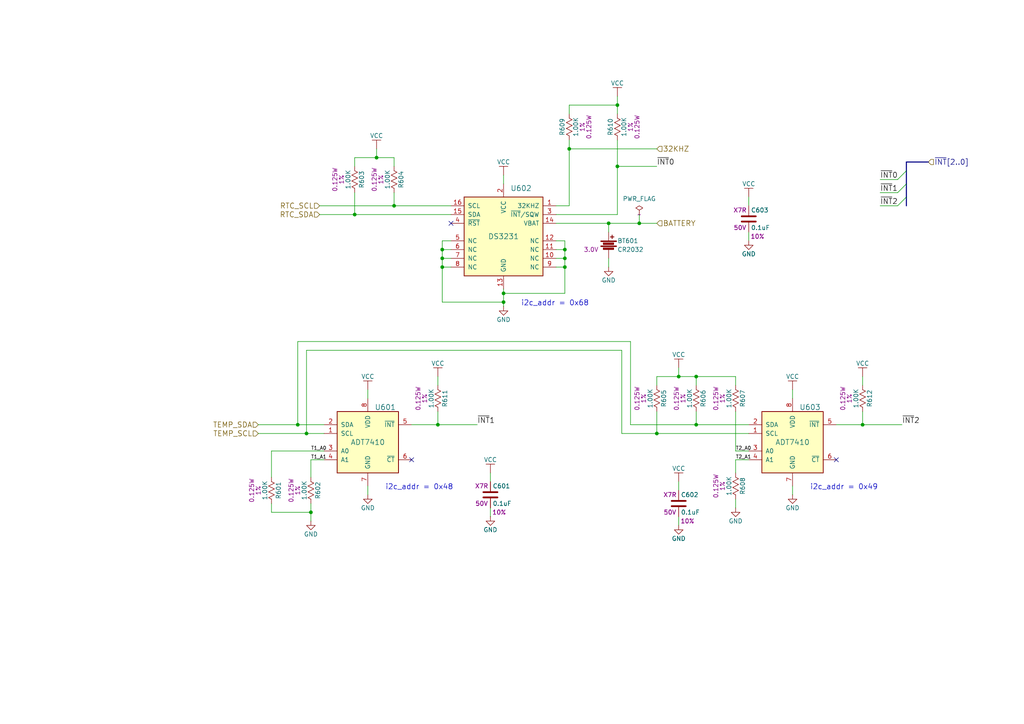
<source format=kicad_sch>
(kicad_sch (version 20231120) (generator "eeschema") (generator_version "8.0")
  (paper "A4")
  (title_block (title "Real Time Clock / Temperature Sensors") (date "2019-12-09") (rev "1.1.2"))
  (lib_symbols
    (symbol "Device:C" (pin_numbers hide) (pin_names (offset 0.254))
      (property "Reference" "C" (at 0.635 2.54 0))
      (property "Value" "C" (at 0.635 -2.54 0))
      (symbol "C_0_1"
        (polyline (pts (xy -2.032 -0.762) (xy 2.032 -0.762)) (stroke (width 0.508)))
        (polyline (pts (xy -2.032 0.762) (xy 2.032 0.762)) (stroke (width 0.508)))
      )
      (symbol "C_1_1"
        (pin passive line (at 0 3.81 270) (length 2.794) (name "~") (number "1"))
        (pin passive line (at 0 -3.81 90) (length 2.794) (name "~") (number "2"))
      )
    )
    (symbol "Local:ADT7410" (pin_names (offset 1.016))
      (property "Reference" "U" (at 5.08 10.16 0))
      (property "Value" "ADT7410" (at 0 0 0))
      (symbol "ADT7410_1_1"
        (rectangle (start -8.89 8.89) (end 8.89 -8.89) (stroke (width 0.254)) (fill (type background)))
        (pin input line (at -12.7 2.54 0) (length 3.81) (name "SCL") (number "1"))
        (pin bidirectional line (at -12.7 5.08 0) (length 3.81) (name "SDA") (number "2"))
        (pin input line (at -12.7 -2.54 0) (length 3.81) (name "A0") (number "3"))
        (pin input line (at -12.7 -5.08 0) (length 3.81) (name "A1") (number "4"))
        (pin open_collector line (at 12.7 5.08 180) (length 3.81) (name "~{INT}") (number "5"))
        (pin open_collector line (at 12.7 -5.08 180) (length 3.81) (name "~{CT}") (number "6"))
        (pin power_in line (at 0 -12.7 90) (length 3.81) (name "GND") (number "7"))
        (pin power_in line (at 0 12.7 270) (length 3.81) (name "VDD") (number "8"))
      )
    )
    (symbol "Local:Battery" (pin_numbers hide) (pin_names (offset 0))
      (property "Reference" "BT" (at 2.54 1.27 0))
      (property "Value" "Battery" (at 2.54 -1.27 0))
      (symbol "Battery_0_1"
        (rectangle (start -2.286 -0.1778) (end 2.286 -0.4318) (fill (type outline)))
        (rectangle (start -2.286 1.27) (end 2.286 1.016) (fill (type outline)))
        (rectangle (start -1.5748 -0.762) (end 1.4732 -1.27) (fill (type outline)))
        (rectangle (start -1.5748 0.6858) (end 1.4732 0.1778) (fill (type outline)))
        (polyline (pts (xy 0.508 2.413) (xy 1.524 2.413)) (stroke (width 0.254)))
        (polyline (pts (xy 1.016 2.921) (xy 1.016 1.905)) (stroke (width 0.254)))
      )
      (symbol "Battery_1_1"
        (pin passive line (at 0 3.81 270) (length 2.54) (name "~") (number "1"))
        (pin passive line (at 0 -3.81 90) (length 2.54) (name "~") (number "2"))
      )
    )
    (symbol "Local:DS3231" (pin_names (offset 1.016))
      (property "Reference" "U" (at 5.08 13.97 0))
      (property "Value" "DS3231" (at 0 0 0))
      (symbol "DS3231_1_1"
        (rectangle (start -11.43 11.43) (end 11.43 -11.43) (stroke (width 0.254)) (fill (type background)))
        (pin open_collector line (at 15.24 8.89 180) (length 3.81) (name "32KHZ") (number "1"))
        (pin power_in line (at 15.24 -6.35 180) (length 3.81) (name "NC") (number "10"))
        (pin power_in line (at 15.24 -3.81 180) (length 3.81) (name "NC") (number "11"))
        (pin power_in line (at 15.24 -1.27 180) (length 3.81) (name "NC") (number "12"))
        (pin power_in line (at 0 -15.24 90) (length 3.81) (name "GND") (number "13"))
        (pin power_in line (at 15.24 3.81 180) (length 3.81) (name "VBAT") (number "14"))
        (pin bidirectional line (at -15.24 6.35 0) (length 3.81) (name "SDA") (number "15"))
        (pin input line (at -15.24 8.89 0) (length 3.81) (name "SCL") (number "16"))
        (pin power_in line (at 0 15.24 270) (length 3.81) (name "VCC") (number "2"))
        (pin open_collector line (at 15.24 6.35 180) (length 3.81) (name "~{INT}/SQW") (number "3"))
        (pin input line (at -15.24 3.81 0) (length 3.81) (name "~{RST}") (number "4"))
        (pin power_in line (at -15.24 -1.27 0) (length 3.81) (name "NC") (number "5"))
        (pin power_in line (at -15.24 -3.81 0) (length 3.81) (name "NC") (number "6"))
        (pin power_in line (at -15.24 -6.35 0) (length 3.81) (name "NC") (number "7"))
        (pin power_in line (at -15.24 -8.89 0) (length 3.81) (name "NC") (number "8"))
        (pin power_in line (at 15.24 -8.89 180) (length 3.81) (name "NC") (number "9"))
      )
    )
    (symbol "Local:R_local" (pin_numbers hide) (pin_names (offset 0))
      (property "Reference" "R" (at 2.032 0 90))
      (property "Value" "R_local" (at -1.905 0 90))
      (property "Description" "Resistor" (at -3.81 0 90))
      (property "Power" "0.125W" (at -5.715 0 90))
      (symbol "R_local_0_1"
        (polyline (pts (xy -0.8382 -2.1082) (xy 0.8382 -1.27)) (stroke (width 0.1524)))
        (polyline (pts (xy -0.8382 -0.4318) (xy 0.8382 0.4318)) (stroke (width 0.1524)))
        (polyline (pts (xy -0.8382 1.27) (xy 0.8382 2.1082)) (stroke (width 0.1524)))
        (polyline (pts (xy 0 -2.54) (xy -0.8382 -2.1082)) (stroke (width 0.1524)))
        (polyline (pts (xy 0.8382 -1.27) (xy -0.8382 -0.4318)) (stroke (width 0.1524)))
        (polyline (pts (xy 0.8382 0.4318) (xy -0.8382 1.27)) (stroke (width 0.1524)))
        (polyline (pts (xy 0.8382 2.1082) (xy 0 2.54)) (stroke (width 0.1524)))
      )
      (symbol "R_local_0_2"
        (rectangle (start -1.016 -2.54) (end 1.016 2.54) (stroke (width 0.254)))
      )
      (symbol "R_local_1_1"
        (pin passive line (at 0 3.81 270) (length 1.27) (name "~") (number "1"))
        (pin passive line (at 0 -3.81 90) (length 1.27) (name "~") (number "2"))
      )
      (symbol "R_local_1_2"
        (pin passive line (at 0 3.81 270) (length 1.27) (name "~") (number "1"))
        (pin passive line (at 0 -3.81 90) (length 1.27) (name "~") (number "2"))
      )
    )
    (symbol "Local:VCC" (power) (pin_names (offset 0))
      (property "Value" "VCC" (at 0 3.81 0))
      (symbol "VCC_0_1"
        (polyline (pts (xy -1.27 2.54) (xy 1.27 2.54)))
        (polyline (pts (xy 0 0) (xy 0 2.54)))
      )
      (symbol "VCC_1_1"
        (pin power_in line (at 0 0 90) (length 0) hide (name "VCC") (number "1"))
      )
    )
    (symbol "power:GND" (power) (pin_numbers hide) (pin_names (offset 0) hide)
      (property "Value" "GND" (at 0 -3.81 0))
      (symbol "GND_0_1"
        (polyline (pts (xy 0 0) (xy 0 -1.27) (xy 1.27 -1.27) (xy 0 -2.54) (xy -1.27 -1.27) (xy 0 -1.27)))
      )
      (symbol "GND_1_1"
        (pin power_in line (at 0 0 270) (length 0) (name "~") (number "1"))
      )
    )
    (symbol "power:PWR_FLAG" (power) (pin_numbers hide) (pin_names (offset 0) hide)
      (property "Value" "PWR_FLAG" (at 0 3.81 0))
      (symbol "PWR_FLAG_0_0"
        (pin power_out line (at 0 0 90) (length 0) (name "~") (number "1"))
      )
      (symbol "PWR_FLAG_0_1"
        (polyline (pts (xy 0 0) (xy 0 1.27) (xy -1.016 1.905) (xy 0 2.54) (xy 1.016 1.905) (xy 0 1.27)))
      )
    )
  )
  (junction (at 185.42 64.77))
  (junction (at 128.27 74.93))
  (junction (at 109.22 45.72))
  (junction (at 190.5 125.73))
  (junction (at 165.1 43.18))
  (junction (at 146.05 87.63))
  (junction (at 128.27 72.39))
  (junction (at 146.05 85.09))
  (junction (at 201.93 109.22))
  (junction (at 176.53 64.77))
  (junction (at 163.83 77.47))
  (junction (at 88.9 125.73))
  (junction (at 179.07 48.26))
  (junction (at 250.19 123.19))
  (junction (at 90.17 148.59))
  (junction (at 114.3 59.69))
  (junction (at 201.93 123.19))
  (junction (at 86.36 123.19))
  (junction (at 127 123.19))
  (junction (at 163.83 74.93))
  (junction (at 102.87 62.23))
  (junction (at 163.83 72.39))
  (junction (at 196.85 109.22))
  (junction (at 128.27 77.47))
  (junction (at 179.07 30.48))
  (no_connect (at 130.81 64.77))
  (no_connect (at 119.38 133.35))
  (no_connect (at 242.57 133.35))
  (bus_entry (at 262.89 49.53) (size -2.54 2.54))
  (bus_entry (at 262.89 53.34) (size -2.54 2.54))
  (bus_entry (at 262.89 57.15) (size -2.54 2.54))
  (wire (pts (xy 163.83 69.85) (xy 161.29 69.85)))
  (wire (pts (xy 163.83 85.09) (xy 146.05 85.09)))
  (wire (pts (xy 128.27 74.93) (xy 128.27 77.47)))
  (wire (pts (xy 201.93 109.22) (xy 213.36 109.22)))
  (bus (pts (xy 262.89 49.53) (xy 262.89 53.34)))
  (wire (pts (xy 130.81 72.39) (xy 128.27 72.39)))
  (wire (pts (xy 182.88 123.19) (xy 182.88 99.06)))
  (wire (pts (xy 255.27 59.69) (xy 260.35 59.69)))
  (wire (pts (xy 196.85 109.22) (xy 201.93 109.22)))
  (wire (pts (xy 163.83 69.85) (xy 163.83 72.39)))
  (wire (pts (xy 182.88 123.19) (xy 201.93 123.19)))
  (wire (pts (xy 127 109.22) (xy 127 111.76)))
  (wire (pts (xy 74.93 123.19) (xy 86.36 123.19)))
  (wire (pts (xy 217.17 67.31) (xy 217.17 69.85)))
  (wire (pts (xy 196.85 149.86) (xy 196.85 152.4)))
  (wire (pts (xy 92.71 62.23) (xy 102.87 62.23)))
  (wire (pts (xy 217.17 133.35) (xy 213.36 133.35)))
  (wire (pts (xy 179.07 48.26) (xy 190.5 48.26)))
  (bus (pts (xy 262.89 46.99) (xy 262.89 49.53)))
  (wire (pts (xy 114.3 45.72) (xy 114.3 48.26)))
  (wire (pts (xy 90.17 133.35) (xy 90.17 138.43)))
  (wire (pts (xy 88.9 101.6) (xy 88.9 125.73)))
  (wire (pts (xy 86.36 123.19) (xy 93.98 123.19)))
  (wire (pts (xy 165.1 59.69) (xy 161.29 59.69)))
  (wire (pts (xy 163.83 74.93) (xy 161.29 74.93)))
  (wire (pts (xy 114.3 59.69) (xy 130.81 59.69)))
  (wire (pts (xy 146.05 85.09) (xy 146.05 87.63)))
  (wire (pts (xy 180.34 125.73) (xy 180.34 101.6)))
  (wire (pts (xy 127 119.38) (xy 127 123.19)))
  (wire (pts (xy 102.87 48.26) (xy 102.87 45.72)))
  (bus (pts (xy 262.89 57.15) (xy 262.89 59.69)))
  (wire (pts (xy 165.1 43.18) (xy 190.5 43.18)))
  (wire (pts (xy 201.93 123.19) (xy 217.17 123.19)))
  (wire (pts (xy 179.07 27.94) (xy 179.07 30.48)))
  (wire (pts (xy 190.5 109.22) (xy 196.85 109.22)))
  (wire (pts (xy 250.19 119.38) (xy 250.19 123.19)))
  (wire (pts (xy 213.36 109.22) (xy 213.36 111.76)))
  (wire (pts (xy 255.27 55.88) (xy 260.35 55.88)))
  (wire (pts (xy 180.34 101.6) (xy 88.9 101.6)))
  (wire (pts (xy 93.98 130.81) (xy 78.74 130.81)))
  (wire (pts (xy 163.83 77.47) (xy 163.83 85.09)))
  (wire (pts (xy 176.53 77.47) (xy 176.53 74.93)))
  (wire (pts (xy 179.07 30.48) (xy 179.07 33.02)))
  (wire (pts (xy 213.36 119.38) (xy 213.36 130.81)))
  (wire (pts (xy 161.29 64.77) (xy 176.53 64.77)))
  (wire (pts (xy 185.42 64.77) (xy 190.5 64.77)))
  (wire (pts (xy 179.07 40.64) (xy 179.07 48.26)))
  (bus (pts (xy 269.24 46.99) (xy 262.89 46.99)))
  (wire (pts (xy 106.68 113.03) (xy 106.68 115.57)))
  (wire (pts (xy 201.93 123.19) (xy 201.93 119.38)))
  (wire (pts (xy 130.81 77.47) (xy 128.27 77.47)))
  (wire (pts (xy 165.1 40.64) (xy 165.1 43.18)))
  (wire (pts (xy 102.87 62.23) (xy 102.87 55.88)))
  (wire (pts (xy 109.22 45.72) (xy 114.3 45.72)))
  (wire (pts (xy 86.36 99.06) (xy 86.36 123.19)))
  (wire (pts (xy 176.53 64.77) (xy 176.53 67.31)))
  (wire (pts (xy 182.88 99.06) (xy 86.36 99.06)))
  (wire (pts (xy 146.05 83.82) (xy 146.05 85.09)))
  (wire (pts (xy 196.85 142.24) (xy 196.85 139.7)))
  (wire (pts (xy 250.19 123.19) (xy 261.62 123.19)))
  (wire (pts (xy 128.27 69.85) (xy 128.27 72.39)))
  (wire (pts (xy 127 123.19) (xy 138.43 123.19)))
  (bus (pts (xy 262.89 53.34) (xy 262.89 57.15)))
  (wire (pts (xy 179.07 48.26) (xy 179.07 62.23)))
  (wire (pts (xy 128.27 77.47) (xy 128.27 87.63)))
  (wire (pts (xy 102.87 62.23) (xy 130.81 62.23)))
  (wire (pts (xy 190.5 125.73) (xy 190.5 119.38)))
  (wire (pts (xy 106.68 143.51) (xy 106.68 140.97)))
  (wire (pts (xy 146.05 87.63) (xy 146.05 88.9)))
  (wire (pts (xy 78.74 148.59) (xy 78.74 146.05)))
  (wire (pts (xy 229.87 113.03) (xy 229.87 115.57)))
  (wire (pts (xy 128.27 87.63) (xy 146.05 87.63)))
  (wire (pts (xy 163.83 72.39) (xy 163.83 74.93)))
  (wire (pts (xy 176.53 64.77) (xy 185.42 64.77)))
  (wire (pts (xy 242.57 123.19) (xy 250.19 123.19)))
  (wire (pts (xy 142.24 139.7) (xy 142.24 137.16)))
  (wire (pts (xy 146.05 50.8) (xy 146.05 53.34)))
  (wire (pts (xy 255.27 52.07) (xy 260.35 52.07)))
  (wire (pts (xy 165.1 33.02) (xy 165.1 30.48)))
  (wire (pts (xy 179.07 62.23) (xy 161.29 62.23)))
  (wire (pts (xy 142.24 147.32) (xy 142.24 149.86)))
  (wire (pts (xy 165.1 43.18) (xy 165.1 59.69)))
  (wire (pts (xy 130.81 69.85) (xy 128.27 69.85)))
  (wire (pts (xy 161.29 77.47) (xy 163.83 77.47)))
  (wire (pts (xy 119.38 123.19) (xy 127 123.19)))
  (wire (pts (xy 90.17 148.59) (xy 90.17 151.13)))
  (wire (pts (xy 229.87 143.51) (xy 229.87 140.97)))
  (wire (pts (xy 161.29 72.39) (xy 163.83 72.39)))
  (wire (pts (xy 180.34 125.73) (xy 190.5 125.73)))
  (wire (pts (xy 74.93 125.73) (xy 88.9 125.73)))
  (wire (pts (xy 130.81 74.93) (xy 128.27 74.93)))
  (wire (pts (xy 213.36 130.81) (xy 217.17 130.81)))
  (wire (pts (xy 185.42 62.23) (xy 185.42 64.77)))
  (wire (pts (xy 90.17 146.05) (xy 90.17 148.59)))
  (wire (pts (xy 201.93 109.22) (xy 201.93 111.76)))
  (wire (pts (xy 163.83 74.93) (xy 163.83 77.47)))
  (wire (pts (xy 217.17 59.69) (xy 217.17 57.15)))
  (wire (pts (xy 128.27 72.39) (xy 128.27 74.93)))
  (wire (pts (xy 88.9 125.73) (xy 93.98 125.73)))
  (wire (pts (xy 165.1 30.48) (xy 179.07 30.48)))
  (wire (pts (xy 93.98 133.35) (xy 90.17 133.35)))
  (wire (pts (xy 196.85 109.22) (xy 196.85 106.68)))
  (wire (pts (xy 190.5 125.73) (xy 217.17 125.73)))
  (wire (pts (xy 92.71 59.69) (xy 114.3 59.69)))
  (wire (pts (xy 90.17 148.59) (xy 78.74 148.59)))
  (wire (pts (xy 109.22 45.72) (xy 109.22 43.18)))
  (wire (pts (xy 78.74 130.81) (xy 78.74 138.43)))
  (wire (pts (xy 250.19 109.22) (xy 250.19 111.76)))
  (wire (pts (xy 190.5 111.76) (xy 190.5 109.22)))
  (wire (pts (xy 213.36 147.32) (xy 213.36 144.78)))
  (wire (pts (xy 102.87 45.72) (xy 109.22 45.72)))
  (wire (pts (xy 114.3 59.69) (xy 114.3 55.88)))
  (wire (pts (xy 213.36 133.35) (xy 213.36 137.16)))
  (text "i2c_addr = 0x49" (at 234.95 142.24 0) (effects (font (size 1.524 1.524)) (justify left bottom)))
  (text "i2c_addr = 0x48" (at 111.76 142.24 0) (effects (font (size 1.524 1.524)) (justify left bottom)))
  (text "i2c_addr = 0x68" (at 151.13 88.9 0) (effects (font (size 1.524 1.524)) (justify left bottom)))
  (label "T1_A0" (at 90.17 130.81 0) (effects (font (size 1.016 1.016))))
  (label "~{INT}1" (at 255.27 55.88 0) (effects (font (size 1.524 1.524))))
  (label "T2_A0" (at 213.36 130.81 0) (effects (font (size 1.016 1.016))))
  (label "T2_A1" (at 213.36 133.35 0) (effects (font (size 1.016 1.016))))
  (label "~{INT}2" (at 261.62 123.19 0) (effects (font (size 1.524 1.524))))
  (label "~{INT}0" (at 190.5 48.26 0) (effects (font (size 1.524 1.524))))
  (label "~{INT}1" (at 138.43 123.19 0) (effects (font (size 1.524 1.524))))
  (label "~{INT}2" (at 255.27 59.69 0) (effects (font (size 1.524 1.524))))
  (label "~{INT}0" (at 255.27 52.07 0) (effects (font (size 1.524 1.524))))
  (label "T1_A1" (at 90.17 133.35 0) (effects (font (size 1.016 1.016))))
  (hierarchical_label "BATTERY" (shape input) (at 190.5 64.77 0) (effects (font (size 1.524 1.524))))
  (hierarchical_label "RTC_SCL" (shape input) (at 92.71 59.69 180) (effects (font (size 1.524 1.524))))
  (hierarchical_label "32KHZ" (shape input) (at 190.5 43.18 0) (effects (font (size 1.524 1.524))))
  (hierarchical_label "~{INT}[2..0]" (shape input) (at 269.24 46.99 0) (effects (font (size 1.524 1.524))))
  (hierarchical_label "TEMP_SCL" (shape input) (at 74.93 125.73 180) (effects (font (size 1.524 1.524))))
  (hierarchical_label "RTC_SDA" (shape input) (at 92.71 62.23 180) (effects (font (size 1.524 1.524))))
  (hierarchical_label "TEMP_SDA" (shape input) (at 74.93 123.19 180) (effects (font (size 1.524 1.524))))
  (symbol (lib_id "Local:DS3231") (at 146.05 68.58 0) (unit 1)
    (property "Reference" "U602" (at 151.13 54.61 0) (effects (font (size 1.524 1.524))))
    (property "Value" "DS3231" (at 146.05 68.58 0) (effects (font (size 1.524 1.524))))
    (property "Footprint" "Local:SOIC-16_Maxim_W16_H2" (effects (hide yes)))
    (property "Manufacturer" "Maxim Integrated" (effects (hide yes)))
    (property "PartNum" "DS3231S#" (effects (hide yes)))
  )
  (symbol (lib_id "Local:ADT7410") (at 106.68 128.27 0) (unit 1)
    (property "Reference" "U601" (at 111.76 118.11 0) (effects (font (size 1.524 1.524))))
    (property "Value" "ADT7410" (at 106.68 128.27 0) (effects (font (size 1.524 1.524))))
    (property "Footprint" "Package_SO:SOIC-8_3.9x4.9mm_P1.27mm" (effects (hide yes)))
    (property "Manufacturer" "Analog Devices" (effects (hide yes)))
    (property "PartNum" "ADT7410TRZ" (effects (hide yes)))
  )
  (symbol (lib_id "power:GND") (at 146.05 88.9 0) (unit 1)
    (property "Reference" "#PWR082" (effects (hide yes)))
    (property "Value" "GND" (at 146.05 92.71 0))
    (property "Description" "Power symbol creates a global label with name \"GND\" , ground" (effects (hide yes)))
  )
  (symbol (lib_id "Local:VCC") (at 146.05 50.8 0) (unit 1)
    (property "Reference" "#PWR083" (effects (hide yes)))
    (property "Value" "VCC" (at 146.05 46.99 0))
  )
  (symbol (lib_id "Local:R_local") (at 102.87 52.07 0) (unit 1)
    (property "Reference" "R603" (at 104.902 52.07 90))
    (property "Value" "1.00K" (at 100.965 52.07 90))
    (property "Footprint" "Local:R_0805_HandSoldering" (effects (hide yes)))
    (property "Tolerance" "1%" (at 99.06 52.07 90))
    (property "Power" "0.125W" (at 97.155 52.07 90))
    (property "Manufacturer" "Vishay Dale" (effects (hide yes)))
    (property "PartNum" "CRCW08051K00FKEA" (effects (hide yes)))
  )
  (symbol (lib_id "Local:R_local") (at 114.3 52.07 0) (unit 1)
    (property "Reference" "R604" (at 116.332 52.07 90))
    (property "Value" "1.00K" (at 112.395 52.07 90))
    (property "Footprint" "Local:R_0805_HandSoldering" (effects (hide yes)))
    (property "Tolerance" "1%" (at 110.49 52.07 90))
    (property "Power" "0.125W" (at 108.585 52.07 90))
    (property "Manufacturer" "Vishay Dale" (effects (hide yes)))
    (property "PartNum" "CRCW08051K00FKEA" (effects (hide yes)))
  )
  (symbol (lib_id "Local:VCC") (at 109.22 43.18 0) (unit 1)
    (property "Reference" "#PWR084" (effects (hide yes)))
    (property "Value" "VCC" (at 109.22 39.37 0))
  )
  (symbol (lib_id "Local:Battery") (at 176.53 71.12 0) (unit 1)
    (property "Reference" "BT601" (at 179.07 69.85 0) (effects (justify left)))
    (property "Value" "CR2032" (at 179.07 72.39 0) (effects (justify left)))
    (property "Footprint" "Local:Battery_Holder_2032_BK-5058" (effects (hide yes)))
    (property "Voltage" "3.0V" (at 171.45 72.39 0))
    (property "Manufacturer" "Memory Protection Devices" (effects (hide yes)))
    (property "PartNum" "BK-5058" (effects (hide yes)))
  )
  (symbol (lib_id "power:GND") (at 176.53 77.47 0) (unit 1)
    (property "Reference" "#PWR085" (effects (hide yes)))
    (property "Value" "GND" (at 176.53 81.28 0))
    (property "Description" "Power symbol creates a global label with name \"GND\" , ground" (effects (hide yes)))
  )
  (symbol (lib_id "Local:ADT7410") (at 229.87 128.27 0) (unit 1)
    (property "Reference" "U603" (at 234.95 118.11 0) (effects (font (size 1.524 1.524))))
    (property "Value" "ADT7410" (at 229.87 128.27 0) (effects (font (size 1.524 1.524))))
    (property "Footprint" "Package_SO:SOIC-8_3.9x4.9mm_P1.27mm" (effects (hide yes)))
    (property "Manufacturer" "Analog Devices" (effects (hide yes)))
    (property "PartNum" "ADT7410TRZ" (effects (hide yes)))
  )
  (symbol (lib_id "Local:VCC") (at 106.68 113.03 0) (unit 1)
    (property "Reference" "#PWR086" (effects (hide yes)))
    (property "Value" "VCC" (at 106.68 109.22 0))
  )
  (symbol (lib_id "power:GND") (at 229.87 143.51 0) (unit 1)
    (property "Reference" "#PWR087" (effects (hide yes)))
    (property "Value" "GND" (at 229.87 147.32 0))
    (property "Description" "Power symbol creates a global label with name \"GND\" , ground" (effects (hide yes)))
  )
  (symbol (lib_id "power:GND") (at 106.68 143.51 0) (unit 1)
    (property "Reference" "#PWR088" (effects (hide yes)))
    (property "Value" "GND" (at 106.68 147.32 0))
    (property "Description" "Power symbol creates a global label with name \"GND\" , ground" (effects (hide yes)))
  )
  (symbol (lib_id "Local:R_local") (at 190.5 115.57 0) (unit 1)
    (property "Reference" "R605" (at 192.532 115.57 90))
    (property "Value" "1.00K" (at 188.595 115.57 90))
    (property "Footprint" "Local:R_0805_HandSoldering" (effects (hide yes)))
    (property "Tolerance" "1%" (at 186.69 115.57 90))
    (property "Power" "0.125W" (at 184.785 115.57 90))
    (property "Manufacturer" "Vishay Dale" (effects (hide yes)))
    (property "PartNum" "CRCW08051K00FKEA" (effects (hide yes)))
  )
  (symbol (lib_id "Local:R_local") (at 201.93 115.57 0) (unit 1)
    (property "Reference" "R606" (at 203.962 115.57 90))
    (property "Value" "1.00K" (at 200.025 115.57 90))
    (property "Footprint" "Local:R_0805_HandSoldering" (effects (hide yes)))
    (property "Tolerance" "1%" (at 198.12 115.57 90))
    (property "Power" "0.125W" (at 196.215 115.57 90))
    (property "Manufacturer" "Vishay Dale" (effects (hide yes)))
    (property "PartNum" "CRCW08051K00FKEA" (effects (hide yes)))
  )
  (symbol (lib_id "Local:VCC") (at 196.85 106.68 0) (unit 1)
    (property "Reference" "#PWR089" (effects (hide yes)))
    (property "Value" "VCC" (at 196.85 102.87 0))
  )
  (symbol (lib_id "Local:R_local") (at 78.74 142.24 0) (unit 1)
    (property "Reference" "R601" (at 80.772 142.24 90))
    (property "Value" "1.00K" (at 76.835 142.24 90))
    (property "Footprint" "Local:R_0805_HandSoldering" (effects (hide yes)))
    (property "Tolerance" "1%" (at 74.93 142.24 90))
    (property "Power" "0.125W" (at 73.025 142.24 90))
    (property "Manufacturer" "Vishay Dale" (effects (hide yes)))
    (property "PartNum" "CRCW08051K00FKEA" (effects (hide yes)))
  )
  (symbol (lib_id "Local:R_local") (at 90.17 142.24 0) (unit 1)
    (property "Reference" "R602" (at 92.202 142.24 90))
    (property "Value" "1.00K" (at 88.265 142.24 90))
    (property "Footprint" "Local:R_0805_HandSoldering" (effects (hide yes)))
    (property "Tolerance" "1%" (at 86.36 142.24 90))
    (property "Power" "0.125W" (at 84.455 142.24 90))
    (property "Manufacturer" "Vishay Dale" (effects (hide yes)))
    (property "PartNum" "CRCW08051K00FKEA" (effects (hide yes)))
  )
  (symbol (lib_id "power:GND") (at 90.17 151.13 0) (unit 1)
    (property "Reference" "#PWR090" (effects (hide yes)))
    (property "Value" "GND" (at 90.17 154.94 0))
    (property "Description" "Power symbol creates a global label with name \"GND\" , ground" (effects (hide yes)))
  )
  (symbol (lib_id "Local:R_local") (at 213.36 140.97 0) (unit 1)
    (property "Reference" "R608" (at 215.392 140.97 90))
    (property "Value" "1.00K" (at 211.455 140.97 90))
    (property "Footprint" "Local:R_0805_HandSoldering" (effects (hide yes)))
    (property "Tolerance" "1%" (at 209.55 140.97 90))
    (property "Power" "0.125W" (at 207.645 140.97 90))
    (property "Manufacturer" "Vishay Dale" (effects (hide yes)))
    (property "PartNum" "CRCW08051K00FKEA" (effects (hide yes)))
  )
  (symbol (lib_id "power:GND") (at 213.36 147.32 0) (unit 1)
    (property "Reference" "#PWR091" (effects (hide yes)))
    (property "Value" "GND" (at 213.36 151.13 0))
    (property "Description" "Power symbol creates a global label with name \"GND\" , ground" (effects (hide yes)))
  )
  (symbol (lib_id "Local:R_local") (at 213.36 115.57 0) (unit 1)
    (property "Reference" "R607" (at 215.392 115.57 90))
    (property "Value" "1.00K" (at 211.455 115.57 90))
    (property "Footprint" "Local:R_0805_HandSoldering" (effects (hide yes)))
    (property "Tolerance" "1%" (at 209.55 115.57 90))
    (property "Power" "0.125W" (at 207.645 115.57 90))
    (property "Manufacturer" "Vishay Dale" (effects (hide yes)))
    (property "PartNum" "CRCW08051K00FKEA" (effects (hide yes)))
  )
  (symbol (lib_id "power:GND") (at 217.17 69.85 0) (unit 1)
    (property "Reference" "#PWR092" (effects (hide yes)))
    (property "Value" "GND" (at 217.17 73.66 0))
    (property "Description" "Power symbol creates a global label with name \"GND\" , ground" (effects (hide yes)))
  )
  (symbol (lib_id "Device:C") (at 217.17 63.5 0) (unit 1)
    (property "Reference" "C603" (at 217.805 60.96 0) (effects (justify left)))
    (property "Value" "0.1uF" (at 217.805 66.04 0) (effects (justify left)))
    (property "Footprint" "Local:C_0805_HandSoldering" (effects (hide yes)))
    (property "Voltage" "50V" (at 214.63 66.04 0))
    (property "Tolerance" "10%" (at 219.71 68.58 0))
    (property "Dielectric" "X7R" (at 214.63 60.96 0))
    (property "Manufacturer" "Kemet" (effects (hide yes)))
    (property "PartNum" "C0805C104K5RACTU" (effects (hide yes)))
  )
  (symbol (lib_id "Local:VCC") (at 217.17 57.15 0) (unit 1)
    (property "Reference" "#PWR093" (effects (hide yes)))
    (property "Value" "VCC" (at 217.17 53.34 0))
  )
  (symbol (lib_id "power:GND") (at 142.24 149.86 0) (unit 1)
    (property "Reference" "#PWR094" (effects (hide yes)))
    (property "Value" "GND" (at 142.24 153.67 0))
    (property "Description" "Power symbol creates a global label with name \"GND\" , ground" (effects (hide yes)))
  )
  (symbol (lib_id "Device:C") (at 142.24 143.51 0) (unit 1)
    (property "Reference" "C601" (at 142.875 140.97 0) (effects (justify left)))
    (property "Value" "0.1uF" (at 142.875 146.05 0) (effects (justify left)))
    (property "Footprint" "Local:C_0805_HandSoldering" (effects (hide yes)))
    (property "Voltage" "50V" (at 139.7 146.05 0))
    (property "Tolerance" "10%" (at 144.78 148.59 0))
    (property "Dielectric" "X7R" (at 139.7 140.97 0))
    (property "Manufacturer" "Kemet" (effects (hide yes)))
    (property "PartNum" "C0805C104K5RACTU" (effects (hide yes)))
  )
  (symbol (lib_id "Local:VCC") (at 142.24 137.16 0) (unit 1)
    (property "Reference" "#PWR095" (effects (hide yes)))
    (property "Value" "VCC" (at 142.24 133.35 0))
  )
  (symbol (lib_id "power:GND") (at 196.85 152.4 0) (unit 1)
    (property "Reference" "#PWR096" (effects (hide yes)))
    (property "Value" "GND" (at 196.85 156.21 0))
    (property "Description" "Power symbol creates a global label with name \"GND\" , ground" (effects (hide yes)))
  )
  (symbol (lib_id "Device:C") (at 196.85 146.05 0) (unit 1)
    (property "Reference" "C602" (at 197.485 143.51 0) (effects (justify left)))
    (property "Value" "0.1uF" (at 197.485 148.59 0) (effects (justify left)))
    (property "Footprint" "Local:C_0805_HandSoldering" (effects (hide yes)))
    (property "Voltage" "50V" (at 194.31 148.59 0))
    (property "Tolerance" "10%" (at 199.39 151.13 0))
    (property "Dielectric" "X7R" (at 194.31 143.51 0))
    (property "Manufacturer" "Kemet" (effects (hide yes)))
    (property "PartNum" "C0805C104K5RACTU" (effects (hide yes)))
  )
  (symbol (lib_id "Local:VCC") (at 196.85 139.7 0) (unit 1)
    (property "Reference" "#PWR097" (effects (hide yes)))
    (property "Value" "VCC" (at 196.85 135.89 0))
  )
  (symbol (lib_id "Local:VCC") (at 229.87 113.03 0) (unit 1)
    (property "Reference" "#PWR098" (effects (hide yes)))
    (property "Value" "VCC" (at 229.87 109.22 0))
  )
  (symbol (lib_id "power:PWR_FLAG") (at 185.42 62.23 0) (unit 1)
    (property "Reference" "#FLG099" (effects (hide yes)))
    (property "Value" "PWR_FLAG" (at 185.42 57.658 0))
    (property "Datasheet" "~" (at 185.42 62.23 0) (effects (font (size 1.524 1.524))))
    (property "Description" "Special symbol for telling ERC where power comes from" (effects (hide yes)))
  )
  (symbol (lib_id "Local:R_local") (at 165.1 36.83 180) (unit 1)
    (property "Reference" "R609" (at 163.068 36.83 90))
    (property "Value" "1.00K" (at 167.005 36.83 90))
    (property "Footprint" "Local:R_0805_HandSoldering" (effects (hide yes)))
    (property "Tolerance" "1%" (at 168.91 36.83 90))
    (property "Power" "0.125W" (at 170.815 36.83 90))
    (property "Manufacturer" "Vishay Dale" (effects (hide yes)))
    (property "PartNum" "CRCW08051K00FKEA" (effects (hide yes)))
  )
  (symbol (lib_id "Local:R_local") (at 179.07 36.83 180) (unit 1)
    (property "Reference" "R610" (at 177.038 36.83 90))
    (property "Value" "1.00K" (at 180.975 36.83 90))
    (property "Footprint" "Local:R_0805_HandSoldering" (effects (hide yes)))
    (property "Tolerance" "1%" (at 182.88 36.83 90))
    (property "Power" "0.125W" (at 184.785 36.83 90))
    (property "Manufacturer" "Vishay Dale" (effects (hide yes)))
    (property "PartNum" "CRCW08051K00FKEA" (effects (hide yes)))
  )
  (symbol (lib_id "Local:VCC") (at 179.07 27.94 0) (unit 1)
    (property "Reference" "#PWR0100" (effects (hide yes)))
    (property "Value" "VCC" (at 179.07 24.13 0))
  )
  (symbol (lib_id "Local:R_local") (at 250.19 115.57 0) (unit 1)
    (property "Reference" "R612" (at 252.222 115.57 90))
    (property "Value" "1.00K" (at 248.285 115.57 90))
    (property "Footprint" "Local:R_0805_HandSoldering" (effects (hide yes)))
    (property "Tolerance" "1%" (at 246.38 115.57 90))
    (property "Power" "0.125W" (at 244.475 115.57 90))
    (property "Manufacturer" "Vishay Dale" (effects (hide yes)))
    (property "PartNum" "CRCW08051K00FKEA" (effects (hide yes)))
  )
  (symbol (lib_id "Local:VCC") (at 250.19 109.22 0) (unit 1)
    (property "Reference" "#PWR0101" (effects (hide yes)))
    (property "Value" "VCC" (at 250.19 105.41 0))
  )
  (symbol (lib_id "Local:R_local") (at 127 115.57 0) (unit 1)
    (property "Reference" "R611" (at 129.032 115.57 90))
    (property "Value" "1.00K" (at 125.095 115.57 90))
    (property "Footprint" "Local:R_0805_HandSoldering" (effects (hide yes)))
    (property "Tolerance" "1%" (at 123.19 115.57 90))
    (property "Power" "0.125W" (at 121.285 115.57 90))
    (property "Manufacturer" "Vishay Dale" (effects (hide yes)))
    (property "PartNum" "CRCW08051K00FKEA" (effects (hide yes)))
  )
  (symbol (lib_id "Local:VCC") (at 127 109.22 0) (unit 1)
    (property "Reference" "#PWR0102" (effects (hide yes)))
    (property "Value" "VCC" (at 127 105.41 0))
  )
)
</source>
